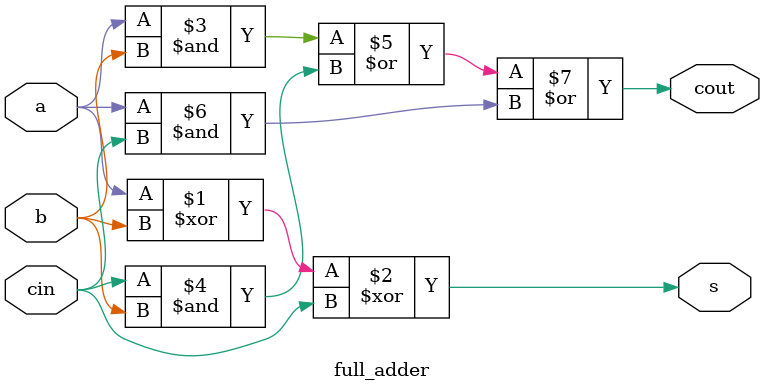
<source format=v>
`timescale 1ns / 1ps

module full_adder(
    input a,
    input b,
    input cin,
    output s,
    output cout
    );
assign s = a ^ b ^ cin;
assign cout = (a & b) | (cin & b) | (a & cin);
endmodule

</source>
